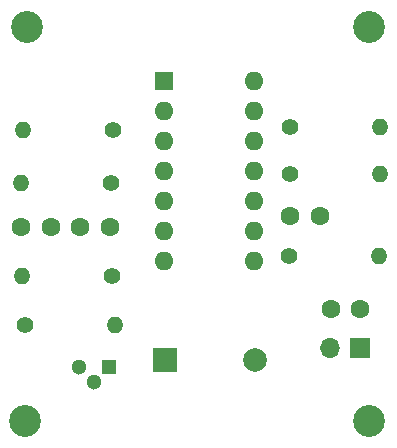
<source format=gbr>
%TF.GenerationSoftware,KiCad,Pcbnew,7.0.7*%
%TF.CreationDate,2023-10-16T17:48:26+02:00*%
%TF.ProjectId,cd4069-siren,63643430-3639-42d7-9369-72656e2e6b69,0*%
%TF.SameCoordinates,Original*%
%TF.FileFunction,Soldermask,Top*%
%TF.FilePolarity,Negative*%
%FSLAX46Y46*%
G04 Gerber Fmt 4.6, Leading zero omitted, Abs format (unit mm)*
G04 Created by KiCad (PCBNEW 7.0.7) date 2023-10-16 17:48:26*
%MOMM*%
%LPD*%
G01*
G04 APERTURE LIST*
%ADD10C,1.600000*%
%ADD11C,1.400000*%
%ADD12O,1.400000X1.400000*%
%ADD13R,1.700000X1.700000*%
%ADD14O,1.700000X1.700000*%
%ADD15C,2.700000*%
%ADD16R,1.600000X1.600000*%
%ADD17O,1.600000X1.600000*%
%ADD18R,1.300000X1.300000*%
%ADD19C,1.300000*%
%ADD20R,2.000000X2.000000*%
%ADD21C,2.000000*%
G04 APERTURE END LIST*
D10*
%TO.C,C1*%
X94050000Y-67300000D03*
X91550000Y-67300000D03*
%TD*%
D11*
%TO.C,R6*%
X114290000Y-58875000D03*
D12*
X121910000Y-58875000D03*
%TD*%
D13*
%TO.C,BT1*%
X120200000Y-77600000D03*
D14*
X117660000Y-77600000D03*
%TD*%
D11*
%TO.C,R3*%
X99250000Y-71500000D03*
D12*
X91630000Y-71500000D03*
%TD*%
D10*
%TO.C,C3*%
X114300000Y-66375000D03*
X116800000Y-66375000D03*
%TD*%
D11*
%TO.C,R4*%
X114250000Y-69800000D03*
D12*
X121870000Y-69800000D03*
%TD*%
D10*
%TO.C,C4*%
X120250000Y-74300000D03*
X117750000Y-74300000D03*
%TD*%
D15*
%TO.C,REF\u002A\u002A*%
X121000000Y-50400000D03*
%TD*%
%TO.C,REF\u002A\u002A*%
X121000000Y-83800000D03*
%TD*%
%TO.C,REF\u002A\u002A*%
X92000000Y-50400000D03*
%TD*%
%TO.C,REF\u002A\u002A*%
X91900000Y-83800000D03*
%TD*%
D11*
%TO.C,R2*%
X99170000Y-63600000D03*
D12*
X91550000Y-63600000D03*
%TD*%
D11*
%TO.C,R5*%
X114280000Y-62875000D03*
D12*
X121900000Y-62875000D03*
%TD*%
D16*
%TO.C,CD4069*%
X103600000Y-54975000D03*
D17*
X103600000Y-57515000D03*
X103600000Y-60055000D03*
X103600000Y-62595000D03*
X103600000Y-65135000D03*
X103600000Y-67675000D03*
X103600000Y-70215000D03*
X111220000Y-70215000D03*
X111220000Y-67675000D03*
X111220000Y-65135000D03*
X111220000Y-62595000D03*
X111220000Y-60055000D03*
X111220000Y-57515000D03*
X111220000Y-54975000D03*
%TD*%
D11*
%TO.C,R7*%
X91830000Y-75600000D03*
D12*
X99450000Y-75600000D03*
%TD*%
D10*
%TO.C,C2*%
X96550000Y-67300000D03*
X99050000Y-67300000D03*
%TD*%
D11*
%TO.C,R1*%
X99350000Y-59100000D03*
D12*
X91730000Y-59100000D03*
%TD*%
D18*
%TO.C,BC546*%
X98970000Y-79230000D03*
D19*
X97700000Y-80500000D03*
X96430000Y-79230000D03*
%TD*%
D20*
%TO.C,Piezo1*%
X103750000Y-78600000D03*
D21*
X111350000Y-78600000D03*
%TD*%
M02*

</source>
